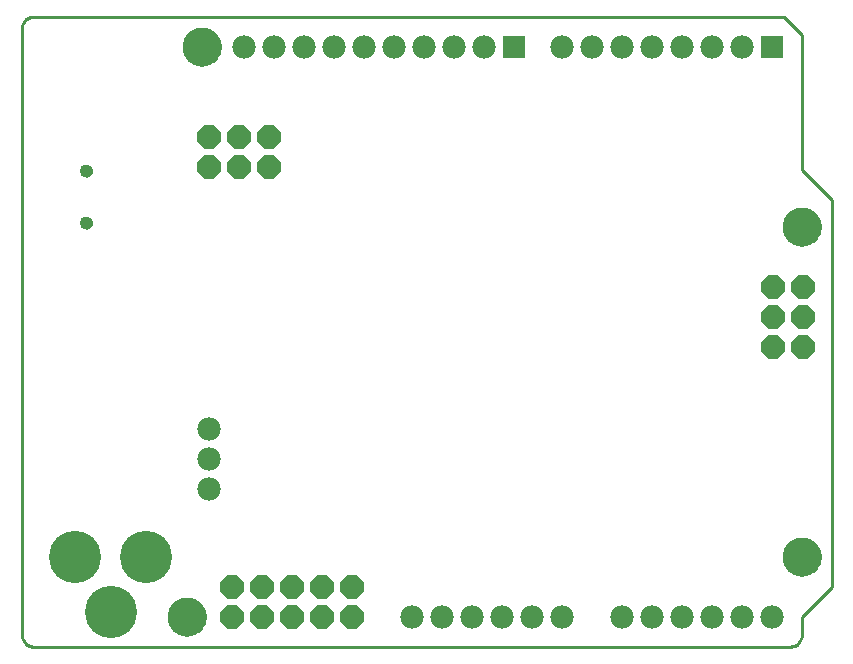
<source format=gbs>
G75*
G70*
%OFA0B0*%
%FSLAX24Y24*%
%IPPOS*%
%LPD*%
%AMOC8*
5,1,8,0,0,1.08239X$1,22.5*
%
%ADD10C,0.0000*%
%ADD11C,0.1300*%
%ADD12C,0.0100*%
%ADD13C,0.0780*%
%ADD14R,0.0780X0.0780*%
%ADD15OC8,0.0780*%
%ADD16C,0.0434*%
%ADD17C,0.1740*%
D10*
X007319Y001837D02*
X007321Y001887D01*
X007327Y001937D01*
X007337Y001986D01*
X007351Y002034D01*
X007368Y002081D01*
X007389Y002126D01*
X007414Y002170D01*
X007442Y002211D01*
X007474Y002250D01*
X007508Y002287D01*
X007545Y002321D01*
X007585Y002351D01*
X007627Y002378D01*
X007671Y002402D01*
X007717Y002423D01*
X007764Y002439D01*
X007812Y002452D01*
X007862Y002461D01*
X007911Y002466D01*
X007962Y002467D01*
X008012Y002464D01*
X008061Y002457D01*
X008110Y002446D01*
X008158Y002431D01*
X008204Y002413D01*
X008249Y002391D01*
X008292Y002365D01*
X008333Y002336D01*
X008372Y002304D01*
X008408Y002269D01*
X008440Y002231D01*
X008470Y002191D01*
X008497Y002148D01*
X008520Y002104D01*
X008539Y002058D01*
X008555Y002010D01*
X008567Y001961D01*
X008575Y001912D01*
X008579Y001862D01*
X008579Y001812D01*
X008575Y001762D01*
X008567Y001713D01*
X008555Y001664D01*
X008539Y001616D01*
X008520Y001570D01*
X008497Y001526D01*
X008470Y001483D01*
X008440Y001443D01*
X008408Y001405D01*
X008372Y001370D01*
X008333Y001338D01*
X008292Y001309D01*
X008249Y001283D01*
X008204Y001261D01*
X008158Y001243D01*
X008110Y001228D01*
X008061Y001217D01*
X008012Y001210D01*
X007962Y001207D01*
X007911Y001208D01*
X007862Y001213D01*
X007812Y001222D01*
X007764Y001235D01*
X007717Y001251D01*
X007671Y001272D01*
X007627Y001296D01*
X007585Y001323D01*
X007545Y001353D01*
X007508Y001387D01*
X007474Y001424D01*
X007442Y001463D01*
X007414Y001504D01*
X007389Y001548D01*
X007368Y001593D01*
X007351Y001640D01*
X007337Y001688D01*
X007327Y001737D01*
X007321Y001787D01*
X007319Y001837D01*
X004396Y014970D02*
X004398Y014997D01*
X004404Y015024D01*
X004413Y015050D01*
X004426Y015074D01*
X004442Y015097D01*
X004461Y015116D01*
X004483Y015133D01*
X004507Y015147D01*
X004532Y015157D01*
X004559Y015164D01*
X004586Y015167D01*
X004614Y015166D01*
X004641Y015161D01*
X004667Y015153D01*
X004691Y015141D01*
X004714Y015125D01*
X004735Y015107D01*
X004752Y015086D01*
X004767Y015062D01*
X004778Y015037D01*
X004786Y015011D01*
X004790Y014984D01*
X004790Y014956D01*
X004786Y014929D01*
X004778Y014903D01*
X004767Y014878D01*
X004752Y014854D01*
X004735Y014833D01*
X004714Y014815D01*
X004692Y014799D01*
X004667Y014787D01*
X004641Y014779D01*
X004614Y014774D01*
X004586Y014773D01*
X004559Y014776D01*
X004532Y014783D01*
X004507Y014793D01*
X004483Y014807D01*
X004461Y014824D01*
X004442Y014843D01*
X004426Y014866D01*
X004413Y014890D01*
X004404Y014916D01*
X004398Y014943D01*
X004396Y014970D01*
X004396Y016703D02*
X004398Y016730D01*
X004404Y016757D01*
X004413Y016783D01*
X004426Y016807D01*
X004442Y016830D01*
X004461Y016849D01*
X004483Y016866D01*
X004507Y016880D01*
X004532Y016890D01*
X004559Y016897D01*
X004586Y016900D01*
X004614Y016899D01*
X004641Y016894D01*
X004667Y016886D01*
X004691Y016874D01*
X004714Y016858D01*
X004735Y016840D01*
X004752Y016819D01*
X004767Y016795D01*
X004778Y016770D01*
X004786Y016744D01*
X004790Y016717D01*
X004790Y016689D01*
X004786Y016662D01*
X004778Y016636D01*
X004767Y016611D01*
X004752Y016587D01*
X004735Y016566D01*
X004714Y016548D01*
X004692Y016532D01*
X004667Y016520D01*
X004641Y016512D01*
X004614Y016507D01*
X004586Y016506D01*
X004559Y016509D01*
X004532Y016516D01*
X004507Y016526D01*
X004483Y016540D01*
X004461Y016557D01*
X004442Y016576D01*
X004426Y016599D01*
X004413Y016623D01*
X004404Y016649D01*
X004398Y016676D01*
X004396Y016703D01*
X007819Y020837D02*
X007821Y020887D01*
X007827Y020937D01*
X007837Y020986D01*
X007851Y021034D01*
X007868Y021081D01*
X007889Y021126D01*
X007914Y021170D01*
X007942Y021211D01*
X007974Y021250D01*
X008008Y021287D01*
X008045Y021321D01*
X008085Y021351D01*
X008127Y021378D01*
X008171Y021402D01*
X008217Y021423D01*
X008264Y021439D01*
X008312Y021452D01*
X008362Y021461D01*
X008411Y021466D01*
X008462Y021467D01*
X008512Y021464D01*
X008561Y021457D01*
X008610Y021446D01*
X008658Y021431D01*
X008704Y021413D01*
X008749Y021391D01*
X008792Y021365D01*
X008833Y021336D01*
X008872Y021304D01*
X008908Y021269D01*
X008940Y021231D01*
X008970Y021191D01*
X008997Y021148D01*
X009020Y021104D01*
X009039Y021058D01*
X009055Y021010D01*
X009067Y020961D01*
X009075Y020912D01*
X009079Y020862D01*
X009079Y020812D01*
X009075Y020762D01*
X009067Y020713D01*
X009055Y020664D01*
X009039Y020616D01*
X009020Y020570D01*
X008997Y020526D01*
X008970Y020483D01*
X008940Y020443D01*
X008908Y020405D01*
X008872Y020370D01*
X008833Y020338D01*
X008792Y020309D01*
X008749Y020283D01*
X008704Y020261D01*
X008658Y020243D01*
X008610Y020228D01*
X008561Y020217D01*
X008512Y020210D01*
X008462Y020207D01*
X008411Y020208D01*
X008362Y020213D01*
X008312Y020222D01*
X008264Y020235D01*
X008217Y020251D01*
X008171Y020272D01*
X008127Y020296D01*
X008085Y020323D01*
X008045Y020353D01*
X008008Y020387D01*
X007974Y020424D01*
X007942Y020463D01*
X007914Y020504D01*
X007889Y020548D01*
X007868Y020593D01*
X007851Y020640D01*
X007837Y020688D01*
X007827Y020737D01*
X007821Y020787D01*
X007819Y020837D01*
X027819Y014837D02*
X027821Y014887D01*
X027827Y014937D01*
X027837Y014986D01*
X027851Y015034D01*
X027868Y015081D01*
X027889Y015126D01*
X027914Y015170D01*
X027942Y015211D01*
X027974Y015250D01*
X028008Y015287D01*
X028045Y015321D01*
X028085Y015351D01*
X028127Y015378D01*
X028171Y015402D01*
X028217Y015423D01*
X028264Y015439D01*
X028312Y015452D01*
X028362Y015461D01*
X028411Y015466D01*
X028462Y015467D01*
X028512Y015464D01*
X028561Y015457D01*
X028610Y015446D01*
X028658Y015431D01*
X028704Y015413D01*
X028749Y015391D01*
X028792Y015365D01*
X028833Y015336D01*
X028872Y015304D01*
X028908Y015269D01*
X028940Y015231D01*
X028970Y015191D01*
X028997Y015148D01*
X029020Y015104D01*
X029039Y015058D01*
X029055Y015010D01*
X029067Y014961D01*
X029075Y014912D01*
X029079Y014862D01*
X029079Y014812D01*
X029075Y014762D01*
X029067Y014713D01*
X029055Y014664D01*
X029039Y014616D01*
X029020Y014570D01*
X028997Y014526D01*
X028970Y014483D01*
X028940Y014443D01*
X028908Y014405D01*
X028872Y014370D01*
X028833Y014338D01*
X028792Y014309D01*
X028749Y014283D01*
X028704Y014261D01*
X028658Y014243D01*
X028610Y014228D01*
X028561Y014217D01*
X028512Y014210D01*
X028462Y014207D01*
X028411Y014208D01*
X028362Y014213D01*
X028312Y014222D01*
X028264Y014235D01*
X028217Y014251D01*
X028171Y014272D01*
X028127Y014296D01*
X028085Y014323D01*
X028045Y014353D01*
X028008Y014387D01*
X027974Y014424D01*
X027942Y014463D01*
X027914Y014504D01*
X027889Y014548D01*
X027868Y014593D01*
X027851Y014640D01*
X027837Y014688D01*
X027827Y014737D01*
X027821Y014787D01*
X027819Y014837D01*
X027819Y003837D02*
X027821Y003887D01*
X027827Y003937D01*
X027837Y003986D01*
X027851Y004034D01*
X027868Y004081D01*
X027889Y004126D01*
X027914Y004170D01*
X027942Y004211D01*
X027974Y004250D01*
X028008Y004287D01*
X028045Y004321D01*
X028085Y004351D01*
X028127Y004378D01*
X028171Y004402D01*
X028217Y004423D01*
X028264Y004439D01*
X028312Y004452D01*
X028362Y004461D01*
X028411Y004466D01*
X028462Y004467D01*
X028512Y004464D01*
X028561Y004457D01*
X028610Y004446D01*
X028658Y004431D01*
X028704Y004413D01*
X028749Y004391D01*
X028792Y004365D01*
X028833Y004336D01*
X028872Y004304D01*
X028908Y004269D01*
X028940Y004231D01*
X028970Y004191D01*
X028997Y004148D01*
X029020Y004104D01*
X029039Y004058D01*
X029055Y004010D01*
X029067Y003961D01*
X029075Y003912D01*
X029079Y003862D01*
X029079Y003812D01*
X029075Y003762D01*
X029067Y003713D01*
X029055Y003664D01*
X029039Y003616D01*
X029020Y003570D01*
X028997Y003526D01*
X028970Y003483D01*
X028940Y003443D01*
X028908Y003405D01*
X028872Y003370D01*
X028833Y003338D01*
X028792Y003309D01*
X028749Y003283D01*
X028704Y003261D01*
X028658Y003243D01*
X028610Y003228D01*
X028561Y003217D01*
X028512Y003210D01*
X028462Y003207D01*
X028411Y003208D01*
X028362Y003213D01*
X028312Y003222D01*
X028264Y003235D01*
X028217Y003251D01*
X028171Y003272D01*
X028127Y003296D01*
X028085Y003323D01*
X028045Y003353D01*
X028008Y003387D01*
X027974Y003424D01*
X027942Y003463D01*
X027914Y003504D01*
X027889Y003548D01*
X027868Y003593D01*
X027851Y003640D01*
X027837Y003688D01*
X027827Y003737D01*
X027821Y003787D01*
X027819Y003837D01*
D11*
X028449Y003837D03*
X028449Y014837D03*
X008449Y020837D03*
X007949Y001837D03*
D12*
X002449Y001230D02*
X002449Y021443D01*
X002451Y021482D01*
X002457Y021520D01*
X002466Y021557D01*
X002479Y021594D01*
X002496Y021629D01*
X002515Y021662D01*
X002538Y021693D01*
X002564Y021722D01*
X002593Y021748D01*
X002624Y021771D01*
X002657Y021790D01*
X002692Y021807D01*
X002729Y021820D01*
X002766Y021829D01*
X002804Y021835D01*
X002843Y021837D01*
X027849Y021837D01*
X028449Y021237D01*
X028449Y016737D01*
X029449Y015737D01*
X029449Y002837D01*
X028449Y001837D01*
X028449Y001230D01*
X028447Y001191D01*
X028441Y001153D01*
X028432Y001116D01*
X028419Y001079D01*
X028402Y001044D01*
X028383Y001011D01*
X028360Y000980D01*
X028334Y000951D01*
X028305Y000925D01*
X028274Y000902D01*
X028241Y000883D01*
X028206Y000866D01*
X028169Y000853D01*
X028132Y000844D01*
X028094Y000838D01*
X028055Y000836D01*
X028055Y000837D02*
X002843Y000837D01*
X002843Y000836D02*
X002804Y000838D01*
X002766Y000844D01*
X002729Y000853D01*
X002692Y000866D01*
X002657Y000883D01*
X002624Y000902D01*
X002593Y000925D01*
X002564Y000951D01*
X002538Y000980D01*
X002515Y001011D01*
X002496Y001044D01*
X002479Y001079D01*
X002466Y001116D01*
X002457Y001153D01*
X002451Y001191D01*
X002449Y001230D01*
D13*
X008699Y006087D03*
X008699Y007087D03*
X008699Y008087D03*
X015449Y001837D03*
X016449Y001837D03*
X017449Y001837D03*
X018449Y001837D03*
X019449Y001837D03*
X020449Y001837D03*
X022449Y001837D03*
X023449Y001837D03*
X024449Y001837D03*
X025449Y001837D03*
X026449Y001837D03*
X027449Y001837D03*
X026449Y020837D03*
X025449Y020837D03*
X024449Y020837D03*
X023449Y020837D03*
X022449Y020837D03*
X021449Y020837D03*
X020449Y020837D03*
X017849Y020837D03*
X016849Y020837D03*
X015849Y020837D03*
X014849Y020837D03*
X013849Y020837D03*
X012849Y020837D03*
X011849Y020837D03*
X010849Y020837D03*
X009849Y020837D03*
D14*
X018849Y020837D03*
X027449Y020837D03*
D15*
X027499Y012837D03*
X028499Y012837D03*
X028499Y011837D03*
X027499Y011837D03*
X027499Y010837D03*
X028499Y010837D03*
X013449Y002837D03*
X012449Y002837D03*
X011449Y002837D03*
X010449Y002837D03*
X009449Y002837D03*
X009449Y001837D03*
X010449Y001837D03*
X011449Y001837D03*
X012449Y001837D03*
X013449Y001837D03*
X010699Y016837D03*
X009699Y016837D03*
X008699Y016837D03*
X008699Y017837D03*
X009699Y017837D03*
X010699Y017837D03*
D16*
X004593Y016703D03*
X004593Y014970D03*
D17*
X004231Y003837D03*
X005412Y001986D03*
X006593Y003837D03*
M02*

</source>
